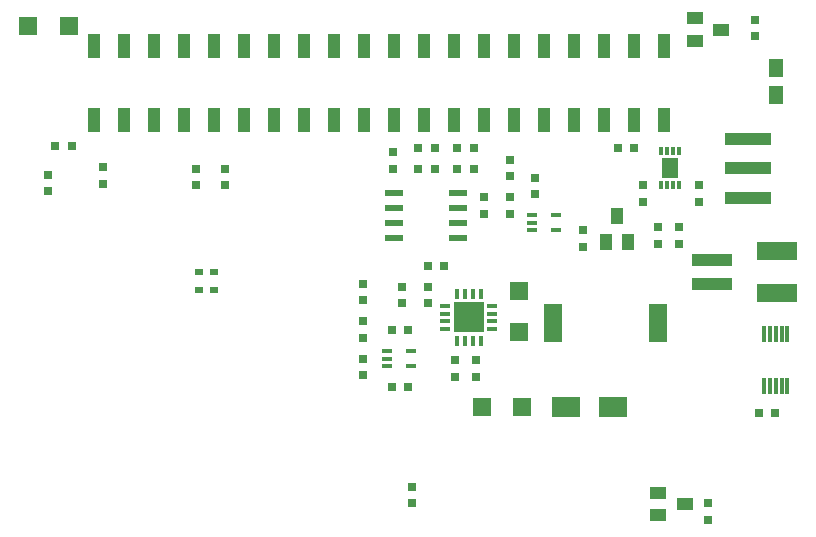
<source format=gtp>
*%FSLAX23Y23*%
*%MOIN*%
G01*
%ADD11C,0.000*%
%ADD12C,0.001*%
%ADD13C,0.002*%
%ADD14C,0.006*%
%ADD15C,0.007*%
%ADD16C,0.007*%
%ADD17C,0.008*%
%ADD18C,0.010*%
%ADD19C,0.012*%
%ADD20C,0.015*%
%ADD21C,0.018*%
%ADD22C,0.022*%
%ADD23C,0.024*%
%ADD24C,0.025*%
%ADD25C,0.029*%
%ADD26C,0.031*%
%ADD27C,0.031*%
%ADD28C,0.035*%
%ADD29C,0.035*%
%ADD30C,0.039*%
%ADD31C,0.039*%
%ADD32C,0.046*%
%ADD33C,0.047*%
%ADD34C,0.050*%
%ADD35C,0.051*%
%ADD36C,0.051*%
%ADD37C,0.054*%
%ADD38C,0.055*%
%ADD39C,0.058*%
%ADD40C,0.059*%
%ADD41C,0.059*%
%ADD42C,0.062*%
%ADD43C,0.067*%
%ADD44C,0.070*%
%ADD45C,0.074*%
%ADD46C,0.100*%
%ADD47C,0.108*%
%ADD48C,0.108*%
%ADD49C,0.120*%
%ADD50C,0.128*%
%ADD51C,0.128*%
%ADD52C,0.190*%
%ADD53C,0.194*%
%ADD54C,0.236*%
%ADD55C,0.240*%
%ADD56R,0.011X0.030*%
%ADD57R,0.012X0.030*%
%ADD58R,0.012X0.057*%
%ADD59R,0.014X0.033*%
%ADD60R,0.015X0.034*%
%ADD61R,0.016X0.034*%
%ADD62R,0.016X0.061*%
%ADD63R,0.018X0.037*%
%ADD64R,0.020X0.025*%
%ADD65R,0.021X0.021*%
%ADD66R,0.024X0.029*%
%ADD67R,0.025X0.020*%
%ADD68R,0.029X0.024*%
%ADD69R,0.030X0.011*%
%ADD70R,0.030X0.030*%
%ADD71R,0.031X0.031*%
%ADD72R,0.033X0.014*%
%ADD73R,0.034X0.015*%
%ADD74R,0.034X0.034*%
%ADD75R,0.035X0.035*%
%ADD76R,0.037X0.014*%
%ADD77R,0.037X0.018*%
%ADD78R,0.039X0.055*%
%ADD79R,0.039X0.014*%
%ADD80R,0.040X0.083*%
%ADD81R,0.041X0.018*%
%ADD82R,0.043X0.059*%
%ADD83R,0.043X0.018*%
%ADD84R,0.044X0.087*%
%ADD85R,0.047X0.055*%
%ADD86R,0.050X0.060*%
%ADD87R,0.051X0.071*%
%ADD88R,0.051X0.059*%
%ADD89R,0.054X0.064*%
%ADD90R,0.055X0.039*%
%ADD91R,0.055X0.075*%
%ADD92R,0.057X0.067*%
%ADD93R,0.059X0.043*%
%ADD94R,0.060X0.060*%
%ADD95R,0.061X0.024*%
%ADD96R,0.061X0.051*%
%ADD97R,0.061X0.071*%
%ADD98R,0.063X0.039*%
%ADD99R,0.063X0.126*%
%ADD100R,0.064X0.064*%
%ADD101R,0.065X0.028*%
%ADD102R,0.065X0.055*%
%ADD103R,0.067X0.043*%
%ADD104R,0.067X0.130*%
%ADD105R,0.085X0.030*%
%ADD106R,0.089X0.034*%
%ADD107R,0.094X0.030*%
%ADD108R,0.098X0.070*%
%ADD109R,0.098X0.034*%
%ADD110R,0.102X0.074*%
%ADD111R,0.104X0.104*%
%ADD112R,0.108X0.108*%
%ADD113R,0.134X0.059*%
%ADD114R,0.138X0.039*%
%ADD115R,0.138X0.063*%
%ADD116R,0.142X0.043*%
%ADD117R,0.169X0.169*%
%ADD118R,0.173X0.173*%
%ADD119R,0.250X0.250*%
D57*
X10776Y8312D02*
D03*
X10796D02*
D03*
X10815D02*
D03*
X10835D02*
D03*
Y8198D02*
D03*
X10815D02*
D03*
X10796D02*
D03*
X10776Y8198D02*
D03*
D58*
X11196Y7530D02*
D03*
X11177D02*
D03*
X11157D02*
D03*
X11137D02*
D03*
X11118D02*
D03*
Y7703D02*
D03*
X11137Y7703D02*
D03*
X11157D02*
D03*
X11177Y7703D02*
D03*
X11196Y7703D02*
D03*
D59*
X10173Y7680D02*
D03*
X10147D02*
D03*
X10121D02*
D03*
X10096D02*
D03*
Y7835D02*
D03*
X10121D02*
D03*
X10147D02*
D03*
X10173D02*
D03*
D67*
X9286Y7908D02*
D03*
X9236D02*
D03*
X9286Y7848D02*
D03*
X9236D02*
D03*
D70*
X10931Y7138D02*
D03*
Y7083D02*
D03*
X11101Y7438D02*
D03*
X11156D02*
D03*
X8731Y8178D02*
D03*
Y8233D02*
D03*
X8756Y8328D02*
D03*
X8811D02*
D03*
X8916Y8203D02*
D03*
Y8258D02*
D03*
X9226Y8198D02*
D03*
Y8253D02*
D03*
X9321Y8198D02*
D03*
Y8253D02*
D03*
X11087Y8749D02*
D03*
Y8694D02*
D03*
X10631Y8323D02*
D03*
X10686D02*
D03*
X10716Y8143D02*
D03*
Y8198D02*
D03*
X10901Y8143D02*
D03*
Y8198D02*
D03*
X10836Y8058D02*
D03*
Y8003D02*
D03*
X10766Y8058D02*
D03*
Y8003D02*
D03*
X10516Y8048D02*
D03*
Y7993D02*
D03*
X10271Y8228D02*
D03*
Y8283D02*
D03*
X10356Y8168D02*
D03*
Y8223D02*
D03*
X10271Y8103D02*
D03*
Y8158D02*
D03*
X10186D02*
D03*
Y8103D02*
D03*
X10151Y8253D02*
D03*
X10096D02*
D03*
X10151Y8323D02*
D03*
X10096D02*
D03*
X10021D02*
D03*
X9966D02*
D03*
Y8253D02*
D03*
X10021D02*
D03*
X9881D02*
D03*
Y8308D02*
D03*
X9782Y7814D02*
D03*
Y7869D02*
D03*
X9912Y7859D02*
D03*
Y7804D02*
D03*
X9997Y7929D02*
D03*
X10052D02*
D03*
X9997Y7804D02*
D03*
Y7859D02*
D03*
X9946Y7193D02*
D03*
Y7138D02*
D03*
X10157Y7559D02*
D03*
Y7614D02*
D03*
X10087Y7559D02*
D03*
Y7614D02*
D03*
X9877Y7524D02*
D03*
X9932D02*
D03*
X9877Y7714D02*
D03*
X9932D02*
D03*
X9782Y7689D02*
D03*
Y7744D02*
D03*
Y7564D02*
D03*
Y7619D02*
D03*
D72*
X10056Y7719D02*
D03*
Y7745D02*
D03*
Y7770D02*
D03*
Y7796D02*
D03*
X10212D02*
D03*
Y7770D02*
D03*
Y7745D02*
D03*
X10212Y7719D02*
D03*
D76*
X10346Y8098D02*
D03*
X10426D02*
D03*
Y8048D02*
D03*
X10346D02*
D03*
Y8073D02*
D03*
X9862Y7644D02*
D03*
X9942D02*
D03*
Y7594D02*
D03*
X9862D02*
D03*
Y7619D02*
D03*
D78*
X10628Y8095D02*
D03*
X10666Y8008D02*
D03*
X10591D02*
D03*
D80*
X8886Y8416D02*
D03*
X8986D02*
D03*
X9086D02*
D03*
X9186D02*
D03*
X9286D02*
D03*
X9386D02*
D03*
X9486D02*
D03*
X9586D02*
D03*
X9686D02*
D03*
X9786D02*
D03*
X9886D02*
D03*
X9986D02*
D03*
X10086D02*
D03*
X10186D02*
D03*
X10286D02*
D03*
X10386D02*
D03*
X10486D02*
D03*
X10586D02*
D03*
X10686D02*
D03*
X10786D02*
D03*
X8885Y8661D02*
D03*
X8986D02*
D03*
X9086D02*
D03*
X9185D02*
D03*
X9286D02*
D03*
X9385D02*
D03*
X9486D02*
D03*
X9586D02*
D03*
X9685D02*
D03*
X9786D02*
D03*
X9886D02*
D03*
X9986D02*
D03*
X10086D02*
D03*
X10186D02*
D03*
X10286D02*
D03*
X10386D02*
D03*
X10486D02*
D03*
X10586D02*
D03*
X10686D02*
D03*
X10786D02*
D03*
D86*
X11157Y8499D02*
D03*
Y8589D02*
D03*
D90*
X10853Y7136D02*
D03*
X10766Y7098D02*
D03*
Y7173D02*
D03*
X10887Y8754D02*
D03*
Y8679D02*
D03*
X10974Y8717D02*
D03*
D92*
X10806Y8255D02*
D03*
D94*
X8801Y8728D02*
D03*
X8666D02*
D03*
X10312Y7459D02*
D03*
X10177D02*
D03*
X10302Y7709D02*
D03*
Y7844D02*
D03*
D95*
X10098Y8022D02*
D03*
Y8072D02*
D03*
Y8122D02*
D03*
Y8172D02*
D03*
X9886Y8022D02*
D03*
Y8072D02*
D03*
Y8122D02*
D03*
Y8172D02*
D03*
D98*
X11112Y8353D02*
D03*
X11065D02*
D03*
X11018D02*
D03*
X11112Y8255D02*
D03*
X11061D02*
D03*
X11018D02*
D03*
X11112Y8157D02*
D03*
X11066D02*
D03*
X11018D02*
D03*
D99*
X10416Y7740D02*
D03*
X10766D02*
D03*
D108*
X10457Y7459D02*
D03*
X10614D02*
D03*
D111*
X10134Y7758D02*
D03*
D113*
X11161Y7840D02*
D03*
Y7978D02*
D03*
D114*
X10943Y7948D02*
D03*
Y7870D02*
D03*
M02*

</source>
